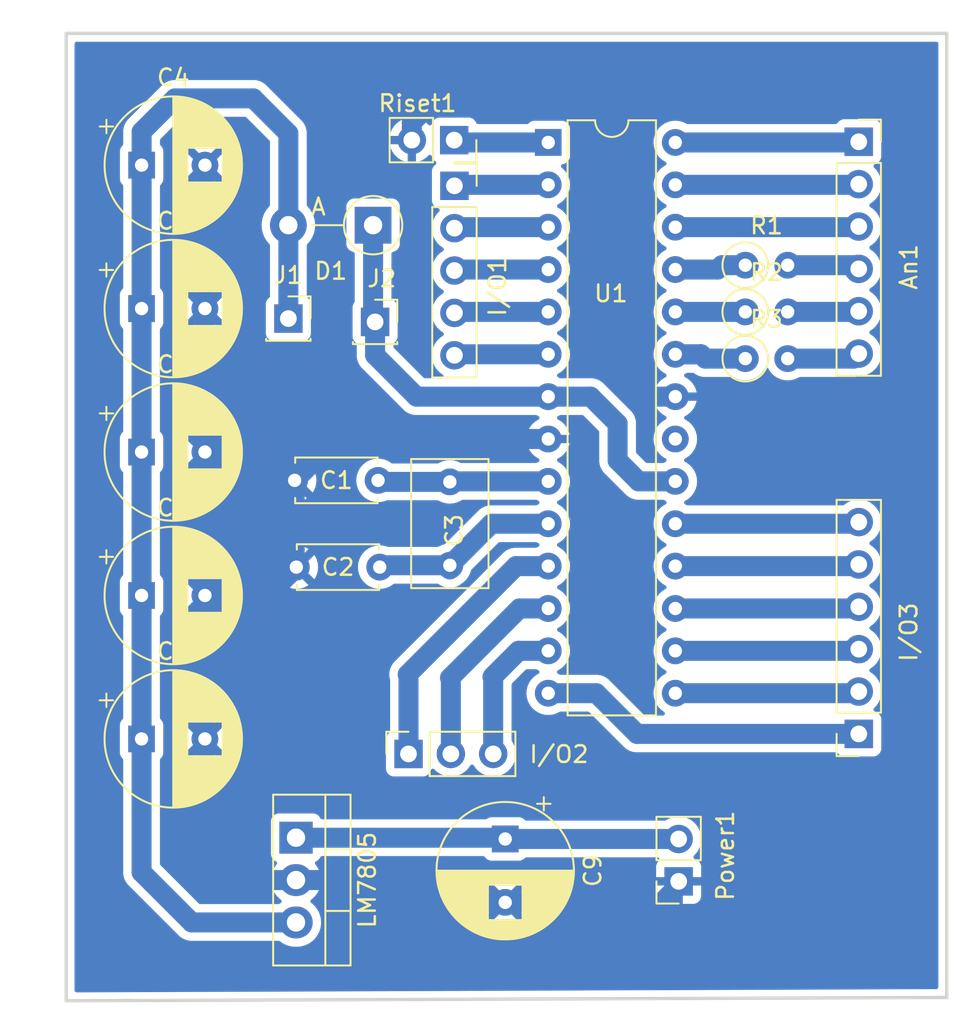
<source format=kicad_pcb>
(kicad_pcb (version 20240108) (generator "pcbnew") (generator_version "8.0")
  (layers (0 "F.Cu" signal) (31 "B.Cu" signal) (34 "B.Paste" user) (35 "F.Paste" user) (36 "B.SilkS" user "B.Silkscreen") (37 "F.SilkS" user "F.Silkscreen") (38 "B.Mask" user) (39 "F.Mask" user) (44 "Edge.Cuts" user))
  (net 0 "")
  (net 1 "C2")
  (net 2 "Earth")
  (net 3 "C1")
  (net 4 "VCC")
  (net 6 "Net-(An1-Pin_6)")
  (net 7 "Net-(An1-Pin_2)")
  (net 8 "Net-(An1-Pin_5)")
  (net 9 "Net-(An1-Pin_1)")
  (net 10 "Net-(An1-Pin_4)")
  (net 11 "Net-(An1-Pin_3)")
  (net 12 "Net-(I/O1-Pin_3)")
  (net 13 "Net-(I/O1-Pin_2)")
  (net 14 "Net-(I/O1-Pin_1)")
  (net 15 "Net-(I/O1-Pin_4)")
  (net 16 "Net-(I/O1-Pin_5)")
  (net 17 "Net-(I/O2-Pin_1)")
  (net 18 "Net-(I/O2-Pin_3)")
  (net 19 "Net-(I/O2-Pin_2)")
  (net 20 "Net-(I/O3-Pin_6)")
  (net 21 "Net-(I/O3-Pin_1)")
  (net 22 "Net-(I/O3-Pin_3)")
  (net 23 "Net-(I/O3-Pin_4)")
  (net 24 "Net-(I/O3-Pin_2)")
  (net 25 "Net-(I/O3-Pin_5)")
  (net 26 "RST")
  (net 27 "Net-(D1-A)")
  (net 28 "Net-(LM7805-VI)")
  (net 29 "Net-(U1-PC2)")
  (net 30 "Net-(U1-PC1)")
  (net 31 "Net-(U1-PC0)")
  (footprint "Connector_PinSocket_2.54mm:PinSocket_1x02_P2.54mm_Vertical" (layer "F.Cu") (at 110.125151 81.44 180)
    (property "Reference" "Power1" (at -2.8 1.537349 90) (layer "F.SilkS"))
    (property "Value" "Conn_01x02_Pin")
    (pad "1" thru_hole rect (at 0 0 180) (size 1.7 1.7) (drill 1) (layers "*.Cu" "*.Mask") (net 2 "Earth"))
    (pad "2" thru_hole oval (at 0 2.54 180) (size 1.7 1.7) (drill 1) (layers "*.Cu" "*.Mask") (net 28 "Net-(LM7805-VI)"))
  )
  (footprint "Capacitor_THT:C_Disc_D4.7mm_W2.5mm_P5.00mm" (layer "F.Cu") (at 87.2 62.6)
    (property "Reference" "C2" (at 2.5 0 0) (layer "F.SilkS"))
    (property "Value" "C")
    (pad "1" thru_hole circle (at 0 0) (size 1.6 1.6) (drill 0.8) (layers "*.Cu" "*.Mask") (net 2 "Earth"))
    (pad "2" thru_hole circle (at 5 0) (size 1.6 1.6) (drill 0.8) (layers "*.Cu" "*.Mask") (net 3 "C1"))
  )
  (footprint "Resistor_THT:R_Axial_DIN0207_L6.3mm_D2.5mm_P2.54mm_Vertical" (layer "F.Cu") (at 114.1225 47.3)
    (property "Reference" "R2" (at 1.27 -2.37 0) (layer "F.SilkS"))
    (property "Value" "220")
    (pad "1" thru_hole circle (at 0 0) (size 1.6 1.6) (drill 0.8) (layers "*.Cu" "*.Mask") (net 30 "Net-(U1-PC1)"))
    (pad "2" thru_hole oval (at 2.54 0) (size 1.6 1.6) (drill 0.8) (layers "*.Cu" "*.Mask") (net 8 "Net-(An1-Pin_5)"))
  )
  (footprint "Connector_PinSocket_2.54mm:PinSocket_1x03_P2.54mm_Vertical" (layer "F.Cu") (at 93.925 73.8 90)
    (property "Reference" "I/O2" (at -0.025 9.025 180) (layer "F.SilkS"))
    (property "Value" "Conn_01x03_Pin")
    (pad "1" thru_hole rect (at 0 0 90) (size 1.7 1.7) (drill 1) (layers "*.Cu" "*.Mask") (net 17 "Net-(I/O2-Pin_1)"))
    (pad "2" thru_hole oval (at 0 2.54 90) (size 1.7 1.7) (drill 1) (layers "*.Cu" "*.Mask") (net 19 "Net-(I/O2-Pin_2)"))
    (pad "3" thru_hole oval (at 0 5.08 90) (size 1.7 1.7) (drill 1) (layers "*.Cu" "*.Mask") (net 18 "Net-(I/O2-Pin_3)"))
  )
  (footprint "Connector_PinSocket_2.54mm:PinSocket_1x01_P2.54mm_Vertical" (layer "F.Cu") (at 86.7225 47.7)
    (property "Reference" "J1" (at 0 -2.6 0) (layer "F.SilkS"))
    (property "Value" "Conn_01x01_Pin")
    (pad "1" thru_hole rect (at 0 0) (size 1.7 1.7) (drill 1) (layers "*.Cu" "*.Mask") (net 27 "Net-(D1-A)"))
  )
  (footprint "Connector_PinSocket_2.54mm:PinSocket_1x05_P2.54mm_Vertical" (layer "F.Cu") (at 96.68 39.74)
    (property "Reference" "I/O1" (at 2.585 6.06 90) (layer "F.SilkS"))
    (property "Value" "Conn_01x05_Pin")
    (pad "1" thru_hole rect (at 0 0) (size 1.7 1.7) (drill 1) (layers "*.Cu" "*.Mask") (net 14 "Net-(I/O1-Pin_1)"))
    (pad "2" thru_hole oval (at 0 2.54) (size 1.7 1.7) (drill 1) (layers "*.Cu" "*.Mask") (net 13 "Net-(I/O1-Pin_2)"))
    (pad "3" thru_hole oval (at 0 5.08) (size 1.7 1.7) (drill 1) (layers "*.Cu" "*.Mask") (net 12 "Net-(I/O1-Pin_3)"))
    (pad "4" thru_hole oval (at 0 7.62) (size 1.7 1.7) (drill 1) (layers "*.Cu" "*.Mask") (net 15 "Net-(I/O1-Pin_4)"))
    (pad "5" thru_hole oval (at 0 10.16) (size 1.7 1.7) (drill 1) (layers "*.Cu" "*.Mask") (net 16 "Net-(I/O1-Pin_5)"))
  )
  (footprint "Connector_PinSocket_2.54mm:PinSocket_1x06_P2.54mm_Vertical" (layer "F.Cu") (at 120.925151 72.6 180)
    (property "Reference" "I/O3" (at -3 6.1 90) (layer "F.SilkS"))
    (property "Value" "Conn_01x06_Pin")
    (pad "1" thru_hole rect (at 0 0 180) (size 1.7 1.7) (drill 1) (layers "*.Cu" "*.Mask") (net 21 "Net-(I/O3-Pin_1)"))
    (pad "2" thru_hole oval (at 0 2.54 180) (size 1.7 1.7) (drill 1) (layers "*.Cu" "*.Mask") (net 24 "Net-(I/O3-Pin_2)"))
    (pad "3" thru_hole oval (at 0 5.08 180) (size 1.7 1.7) (drill 1) (layers "*.Cu" "*.Mask") (net 22 "Net-(I/O3-Pin_3)"))
    (pad "4" thru_hole oval (at 0 7.62 180) (size 1.7 1.7) (drill 1) (layers "*.Cu" "*.Mask") (net 23 "Net-(I/O3-Pin_4)"))
    (pad "5" thru_hole oval (at 0 10.16 180) (size 1.7 1.7) (drill 1) (layers "*.Cu" "*.Mask") (net 25 "Net-(I/O3-Pin_5)"))
    (pad "6" thru_hole oval (at 0 12.7 180) (size 1.7 1.7) (drill 1) (layers "*.Cu" "*.Mask") (net 20 "Net-(I/O3-Pin_6)"))
  )
  (footprint "Diode_THT:D_DO-41_SOD81_P5.08mm_Vertical_AnodeUp" (layer "F.Cu") (at 91.8025 42.1 180)
    (property "Reference" "D1" (at 2.54 -2.750635 0) (layer "F.SilkS"))
    (property "Value" "SB120")
    (fp_text user "A" (at 3.28 1.1 0) (layer "F.SilkS"))
    (pad "1" thru_hole rect (at 0 0 180) (size 2.2 2.2) (drill 1.1) (layers "*.Cu" "*.Mask") (net 4 "VCC"))
    (pad "2" thru_hole oval (at 5.08 0 180) (size 2.2 2.2) (drill 1.1) (layers "*.Cu" "*.Mask") (net 27 "Net-(D1-A)"))
  )
  (footprint "Resistor_THT:R_Axial_DIN0207_L6.3mm_D2.5mm_P2.54mm_Vertical" (layer "F.Cu") (at 114.1225 50.1)
    (property "Reference" "R3" (at 1.27 -2.37 0) (layer "F.SilkS"))
    (property "Value" "220")
    (pad "1" thru_hole circle (at 0 0) (size 1.6 1.6) (drill 0.8) (layers "*.Cu" "*.Mask") (net 31 "Net-(U1-PC0)"))
    (pad "2" thru_hole oval (at 2.54 0) (size 1.6 1.6) (drill 0.8) (layers "*.Cu" "*.Mask") (net 6 "Net-(An1-Pin_6)"))
  )
  (footprint "Capacitor_THT:CP_Radial_D8.0mm_P3.80mm" (layer "F.Cu") (at 77.919849 55.7)
    (property "Reference" "C6" (at 1.9 -5.25 0) (layer "F.SilkS"))
    (property "Value" "C")
    (pad "1" thru_hole rect (at 0 0) (size 1.6 1.6) (drill 0.8) (layers "*.Cu" "*.Mask") (net 27 "Net-(D1-A)"))
    (pad "2" thru_hole circle (at 3.8 0) (size 1.6 1.6) (drill 0.8) (layers "*.Cu" "*.Mask") (net 2 "Earth"))
  )
  (footprint "Capacitor_THT:C_Disc_D7.5mm_W4.4mm_P5.00mm" (layer "F.Cu") (at 96.405 57.49 -90)
    (property "Reference" "C3" (at 2.91 -0.26 90) (layer "F.SilkS"))
    (property "Value" "C")
    (pad "1" thru_hole circle (at 0 0 270) (size 1.6 1.6) (drill 0.8) (layers "*.Cu" "*.Mask") (net 1 "C2"))
    (pad "2" thru_hole circle (at 5 0 270) (size 1.6 1.6) (drill 0.8) (layers "*.Cu" "*.Mask") (net 3 "C1"))
  )
  (footprint "Connector_PinSocket_2.54mm:PinSocket_1x06_P2.54mm_Vertical" (layer "F.Cu") (at 120.9225 37.1)
    (property "Reference" "An1" (at 3 7.5 90) (layer "F.SilkS"))
    (property "Value" "Conn_01x06_Pin")
    (pad "1" thru_hole rect (at 0 0) (size 1.7 1.7) (drill 1) (layers "*.Cu" "*.Mask") (net 9 "Net-(An1-Pin_1)"))
    (pad "2" thru_hole oval (at 0 2.54) (size 1.7 1.7) (drill 1) (layers "*.Cu" "*.Mask") (net 7 "Net-(An1-Pin_2)"))
    (pad "3" thru_hole oval (at 0 5.08) (size 1.7 1.7) (drill 1) (layers "*.Cu" "*.Mask") (net 11 "Net-(An1-Pin_3)"))
    (pad "4" thru_hole oval (at 0 7.62) (size 1.7 1.7) (drill 1) (layers "*.Cu" "*.Mask") (net 10 "Net-(An1-Pin_4)"))
    (pad "5" thru_hole oval (at 0 10.16) (size 1.7 1.7) (drill 1) (layers "*.Cu" "*.Mask") (net 8 "Net-(An1-Pin_5)"))
    (pad "6" thru_hole oval (at 0 12.7) (size 1.7 1.7) (drill 1) (layers "*.Cu" "*.Mask") (net 6 "Net-(An1-Pin_6)"))
  )
  (footprint "Package_DIP:DIP-28_W7.62mm" (layer "F.Cu") (at 102.305 37.14)
    (property "Reference" "U1" (at 3.76 9.06 0) (layer "F.SilkS"))
    (property "Value" "ATmega328-P")
    (pad "1" thru_hole rect (at 0 0) (size 1.6 1.6) (drill 0.8) (layers "*.Cu" "*.Mask") (net 26 "RST"))
    (pad "2" thru_hole oval (at 0 2.54) (size 1.6 1.6) (drill 0.8) (layers "*.Cu" "*.Mask") (net 14 "Net-(I/O1-Pin_1)"))
    (pad "3" thru_hole oval (at 0 5.08) (size 1.6 1.6) (drill 0.8) (layers "*.Cu" "*.Mask") (net 13 "Net-(I/O1-Pin_2)"))
    (pad "4" thru_hole oval (at 0 7.62) (size 1.6 1.6) (drill 0.8) (layers "*.Cu" "*.Mask") (net 12 "Net-(I/O1-Pin_3)"))
    (pad "5" thru_hole oval (at 0 10.16) (size 1.6 1.6) (drill 0.8) (layers "*.Cu" "*.Mask") (net 15 "Net-(I/O1-Pin_4)"))
    (pad "6" thru_hole oval (at 0 12.7) (size 1.6 1.6) (drill 0.8) (layers "*.Cu" "*.Mask") (net 16 "Net-(I/O1-Pin_5)"))
    (pad "7" thru_hole oval (at 0 15.24) (size 1.6 1.6) (drill 0.8) (layers "*.Cu" "*.Mask") (net 4 "VCC"))
    (pad "8" thru_hole oval (at 0 17.78) (size 1.6 1.6) (drill 0.8) (layers "*.Cu" "*.Mask") (net 2 "Earth"))
    (pad "9" thru_hole oval (at 0 20.32) (size 1.6 1.6) (drill 0.8) (layers "*.Cu" "*.Mask") (net 1 "C2"))
    (pad "10" thru_hole oval (at 0 22.86) (size 1.6 1.6) (drill 0.8) (layers "*.Cu" "*.Mask") (net 3 "C1"))
    (pad "11" thru_hole oval (at 0 25.4) (size 1.6 1.6) (drill 0.8) (layers "*.Cu" "*.Mask") (net 17 "Net-(I/O2-Pin_1)"))
    (pad "12" thru_hole oval (at 0 27.94) (size 1.6 1.6) (drill 0.8) (layers "*.Cu" "*.Mask") (net 19 "Net-(I/O2-Pin_2)"))
    (pad "13" thru_hole oval (at 0 30.48) (size 1.6 1.6) (drill 0.8) (layers "*.Cu" "*.Mask") (net 18 "Net-(I/O2-Pin_3)"))
    (pad "14" thru_hole oval (at 0 33.02) (size 1.6 1.6) (drill 0.8) (layers "*.Cu" "*.Mask") (net 21 "Net-(I/O3-Pin_1)"))
    (pad "15" thru_hole oval (at 7.62 33.02) (size 1.6 1.6) (drill 0.8) (layers "*.Cu" "*.Mask") (net 24 "Net-(I/O3-Pin_2)"))
    (pad "16" thru_hole oval (at 7.62 30.48) (size 1.6 1.6) (drill 0.8) (layers "*.Cu" "*.Mask") (net 22 "Net-(I/O3-Pin_3)"))
    (pad "17" thru_hole oval (at 7.62 27.94) (size 1.6 1.6) (drill 0.8) (layers "*.Cu" "*.Mask") (net 23 "Net-(I/O3-Pin_4)"))
    (pad "18" thru_hole oval (at 7.62 25.4) (size 1.6 1.6) (drill 0.8) (layers "*.Cu" "*.Mask") (net 25 "Net-(I/O3-Pin_5)"))
    (pad "19" thru_hole oval (at 7.62 22.86) (size 1.6 1.6) (drill 0.8) (layers "*.Cu" "*.Mask") (net 20 "Net-(I/O3-Pin_6)"))
    (pad "20" thru_hole oval (at 7.62 20.32) (size 1.6 1.6) (drill 0.8) (layers "*.Cu" "*.Mask") (net 4 "VCC"))
    (pad "21" thru_hole oval (at 7.62 17.78) (size 1.6 1.6) (drill 0.8) (layers "*.Cu" "*.Mask"))
    (pad "22" thru_hole oval (at 7.62 15.24) (size 1.6 1.6) (drill 0.8) (layers "*.Cu" "*.Mask") (net 2 "Earth"))
    (pad "23" thru_hole oval (at 7.62 12.7) (size 1.6 1.6) (drill 0.8) (layers "*.Cu" "*.Mask") (net 31 "Net-(U1-PC0)"))
    (pad "24" thru_hole oval (at 7.62 10.16) (size 1.6 1.6) (drill 0.8) (layers "*.Cu" "*.Mask") (net 30 "Net-(U1-PC1)"))
    (pad "25" thru_hole oval (at 7.62 7.62) (size 1.6 1.6) (drill 0.8) (layers "*.Cu" "*.Mask") (net 29 "Net-(U1-PC2)"))
    (pad "26" thru_hole oval (at 7.62 5.08) (size 1.6 1.6) (drill 0.8) (layers "*.Cu" "*.Mask") (net 11 "Net-(An1-Pin_3)"))
    (pad "27" thru_hole oval (at 7.62 2.54) (size 1.6 1.6) (drill 0.8) (layers "*.Cu" "*.Mask") (net 7 "Net-(An1-Pin_2)"))
    (pad "28" thru_hole oval (at 7.62 0) (size 1.6 1.6) (drill 0.8) (layers "*.Cu" "*.Mask") (net 9 "Net-(An1-Pin_1)"))
  )
  (footprint "Connector_PinSocket_2.54mm:PinSocket_1x01_P2.54mm_Vertical" (layer "F.Cu") (at 91.9225 47.9)
    (property "Reference" "J2" (at 0.4 -2.6 180) (layer "F.SilkS"))
    (property "Value" "Conn_01x01_Pin")
    (pad "1" thru_hole rect (at 0 0) (size 1.7 1.7) (drill 1) (layers "*.Cu" "*.Mask") (net 4 "VCC"))
  )
  (footprint "Connector_PinSocket_2.54mm:PinSocket_1x02_P2.54mm_Vertical" (layer "F.Cu") (at 96.665 37 -90)
    (property "Reference" "Riset1" (at -2.2 2.2 0) (layer "F.SilkS"))
    (property "Value" "Conn_01x02_Pin")
    (pad "1" thru_hole rect (at 0 0 270) (size 1.7 1.7) (drill 1) (layers "*.Cu" "*.Mask") (net 26 "RST"))
    (pad "2" thru_hole oval (at 0 2.54 270) (size 1.7 1.7) (drill 1) (layers "*.Cu" "*.Mask") (net 2 "Earth"))
  )
  (footprint "Capacitor_THT:CP_Radial_D8.0mm_P3.80mm" (layer "F.Cu") (at 77.919849 47.1)
    (property "Reference" "C5" (at 1.9 -5.25 0) (layer "F.SilkS"))
    (property "Value" "C")
    (pad "1" thru_hole rect (at 0 0) (size 1.6 1.6) (drill 0.8) (layers "*.Cu" "*.Mask") (net 27 "Net-(D1-A)"))
    (pad "2" thru_hole circle (at 3.8 0) (size 1.6 1.6) (drill 0.8) (layers "*.Cu" "*.Mask") (net 2 "Earth"))
  )
  (footprint "Package_TO_SOT_THT:TO-220-3_Vertical" (layer "F.Cu") (at 87.180151 78.822651 -90)
    (property "Reference" "LM7805" (at 2.54 -4.27 90) (layer "F.SilkS"))
    (property "Value" "LM7805_TO220")
    (pad "1" thru_hole rect (at 0 0 270) (size 1.905 2) (drill 1.1) (layers "*.Cu" "*.Mask") (net 28 "Net-(LM7805-VI)"))
    (pad "2" thru_hole oval (at 2.54 0 270) (size 1.905 2) (drill 1.1) (layers "*.Cu" "*.Mask") (net 2 "Earth"))
    (pad "3" thru_hole oval (at 5.08 0 270) (size 1.905 2) (drill 1.1) (layers "*.Cu" "*.Mask") (net 27 "Net-(D1-A)"))
  )
  (footprint "Capacitor_THT:CP_Radial_D8.0mm_P3.80mm" (layer "F.Cu") (at 77.919849 64.3)
    (property "Reference" "C7" (at 1.9 -5.25 0) (layer "F.SilkS"))
    (property "Value" "C")
    (pad "1" thru_hole rect (at 0 0) (size 1.6 1.6) (drill 0.8) (layers "*.Cu" "*.Mask") (net 27 "Net-(D1-A)"))
    (pad "2" thru_hole circle (at 3.8 0) (size 1.6 1.6) (drill 0.8) (layers "*.Cu" "*.Mask") (net 2 "Earth"))
  )
  (footprint "Capacitor_THT:C_Disc_D4.7mm_W2.5mm_P5.00mm" (layer "F.Cu") (at 87.1 57.4)
    (property "Reference" "C1" (at 2.5 0 0) (layer "F.SilkS"))
    (property "Value" "C")
    (pad "1" thru_hole circle (at 0 0) (size 1.6 1.6) (drill 0.8) (layers "*.Cu" "*.Mask") (net 2 "Earth"))
    (pad "2" thru_hole circle (at 5 0) (size 1.6 1.6) (drill 0.8) (layers "*.Cu" "*.Mask") (net 1 "C2"))
  )
  (footprint "Resistor_THT:R_Axial_DIN0207_L6.3mm_D2.5mm_P2.54mm_Vertical" (layer "F.Cu") (at 114.1225 44.5)
    (property "Reference" "R1" (at 1.27 -2.37 0) (layer "F.SilkS"))
    (property "Value" "220")
    (pad "1" thru_hole circle (at 0 0) (size 1.6 1.6) (drill 0.8) (layers "*.Cu" "*.Mask") (net 29 "Net-(U1-PC2)"))
    (pad "2" thru_hole oval (at 2.54 0) (size 1.6 1.6) (drill 0.8) (layers "*.Cu" "*.Mask") (net 10 "Net-(An1-Pin_4)"))
  )
  (footprint "Capacitor_THT:CP_Radial_D8.0mm_P3.80mm" (layer "F.Cu") (at 77.9225 38.5)
    (property "Reference" "C4" (at 1.9 -5.25 0) (layer "F.SilkS"))
    (property "Value" "C")
    (pad "1" thru_hole rect (at 0 0) (size 1.6 1.6) (drill 0.8) (layers "*.Cu" "*.Mask") (net 27 "Net-(D1-A)"))
    (pad "2" thru_hole circle (at 3.8 0) (size 1.6 1.6) (drill 0.8) (layers "*.Cu" "*.Mask") (net 2 "Earth"))
  )
  (footprint "Capacitor_THT:CP_Radial_D8.0mm_P3.80mm" (layer "F.Cu") (at 77.919849 72.9)
    (property "Reference" "C8" (at 1.9 -5.25 0) (layer "F.SilkS"))
    (property "Value" "C")
    (pad "1" thru_hole rect (at 0 0) (size 1.6 1.6) (drill 0.8) (layers "*.Cu" "*.Mask") (net 27 "Net-(D1-A)"))
    (pad "2" thru_hole circle (at 3.8 0) (size 1.6 1.6) (drill 0.8) (layers "*.Cu" "*.Mask") (net 2 "Earth"))
  )
  (footprint "Capacitor_THT:CP_Radial_D8.0mm_P3.80mm" (layer "F.Cu") (at 99.725151 78.9 -90)
    (property "Reference" "C9" (at 1.9 -5.25 90) (layer "F.SilkS"))
    (property "Value" "C")
    (pad "1" thru_hole rect (at 0 0 270) (size 1.6 1.6) (drill 0.8) (layers "*.Cu" "*.Mask") (net 28 "Net-(LM7805-VI)"))
    (pad "2" thru_hole circle (at 3.8 0 270) (size 1.6 1.6) (drill 0.8) (layers "*.Cu" "*.Mask") (net 2 "Earth"))
  )
  (gr_poly (pts (xy 82 52.6) (xy 87.2 57.2) (xy 87.2 62.4) (xy 82 67.6)) (stroke (width 0.2)) (fill solid) (layer "B.Cu") (net 2))
  (gr_line (start 73.4 88.6) (end 73.4 30.6) (stroke (width 0.2)) (layer "Edge.Cuts"))
  (gr_line (start 126.2 88.4) (end 73.4 88.6) (stroke (width 0.2)) (layer "Edge.Cuts"))
  (gr_line (start 73.4 30.6) (end 126.2 30.6) (stroke (width 0.2)) (layer "Edge.Cuts"))
  (gr_line (start 126.2 30.6) (end 126.2 88.4) (stroke (width 0.2)) (layer "Edge.Cuts"))
  (segment (start 96.435 57.46) (end 96.405 57.49) (width 1.2) (layer "B.Cu") (net 1))
  (segment (start 92.19 57.49) (end 92.1 57.4) (width 1.2) (layer "B.Cu") (net 1))
  (segment (start 102.305 57.46) (end 96.435 57.46) (width 1.2) (layer "B.Cu") (net 1))
  (segment (start 96.405 57.49) (end 92.19 57.49) (width 1.2) (layer "B.Cu") (net 1))
  (segment (start 110.125151 81.44) (end 110.125151 81.7) (width 1.2) (layer "B.Cu") (net 2))
  (segment (start 81.719849 72.9) (end 81.719849 68.4) (width 1.2) (layer "B.Cu") (net 2))
  (segment (start 81.719849 79.694698) (end 81.719849 72.9) (width 1.2) (layer "B.Cu") (net 2))
  (segment (start 99.725151 82.7) (end 109.125151 82.7) (width 1.2) (layer "B.Cu") (net 2))
  (segment (start 87.1 57.4) (end 87.1 55.8) (width 1.2) (layer "B.Cu") (net 2))
  (segment (start 86.22 54.92) (end 87.1 55.8) (width 1.2) (layer "B.Cu") (net 2))
  (segment (start 95.265 34.8) (end 104.865 34.8) (width 1.2) (layer "B.Cu") (net 2))
  (segment (start 90.387802 81.362651) (end 87.180151 81.362651) (width 1.2) (layer "B.Cu") (net 2))
  (segment (start 81.9 52.2) (end 81.719849 52.2) (width 1.2) (layer "B.Cu") (net 2))
  (segment (start 87.180151 81.362651) (end 83.387802 81.362651) (width 1.2) (layer "B.Cu") (net 2))
  (segment (start 94.125 35.94) (end 94.125 37) (width 1.2) (layer "B.Cu") (net 2))
  (segment (start 106.465 50.6) (end 108.245 52.38) (width 1.2) (layer "B.Cu") (net 2))
  (segment (start 81.719849 53.4) (end 81.719849 52.2) (width 1.2) (layer "B.Cu") (net 2))
  (segment (start 99.725151 82.7) (end 91.725151 82.7) (width 1.2) (layer "B.Cu") (net 2))
  (segment (start 83.387802 81.362651) (end 81.719849 79.694698) (width 1.2) (layer "B.Cu") (net 2))
  (segment (start 108.245 52.38) (end 109.925 52.38) (width 1.2) (layer "B.Cu") (net 2))
  (segment (start 81.719849 52.2) (end 81.719849 47.1) (width 1.2) (layer "B.Cu") (net 2))
  (segment (start 87.1 55.8) (end 87.1 55.02) (width 1.2) (layer "B.Cu") (net 2))
  (segment (start 87.1 55.02) (end 87.2 54.92) (width 1.2) (layer "B.Cu") (net 2))
  (segment (start 86.2 54.92) (end 84.439849 54.92) (width 1.2) (layer "B.Cu") (net 2))
  (segment (start 86.2 54.92) (end 86.22 54.92) (width 1.2) (layer "B.Cu") (net 2))
  (segment (start 102.305 54.92) (end 89.8 54.92) (width 1.2) (layer "B.Cu") (net 2))
  (segment (start 81.719849 53.4) (end 81.719849 53.819849) (width 1.2) (layer "B.Cu") (net 2))
  (segment (start 88 54.92) (end 87.98 54.92) (width 1.2) (layer "B.Cu") (net 2))
  (segment (start 81.7225 47.097349) (end 81.719849 47.1) (width 1.2) (layer "B.Cu") (net 2))
  (segment (start 110.125151 81.7) (end 109.125151 82.7) (width 1.2) (layer "B.Cu") (net 2))
  (segment (start 87.98 54.92) (end 87.1 55.8) (width 1.2) (layer "B.Cu") (net 2))
  (segment (start 87.1 57.4) (end 81.9 52.2) (width 1.2) (layer "B.Cu") (net 2))
  (segment (start 81.719849 68.080151) (end 81.719849 68.4) (width 1.2) (layer "B.Cu") (net 2))
  (segment (start 88 54.92) (end 87.2 54.92) (width 1.2) (layer "B.Cu") (net 2))
  (segment (start 89.8 54.92) (end 88 54.92) (width 1.2) (layer "B.Cu") (net 2))
  (segment (start 81.7225 38.5) (end 81.7225 47.097349) (width 1.2) (layer "B.Cu") (net 2))
  (segment (start 95.265 34.8) (end 94.125 35.94) (width 1.2) (layer "B.Cu") (net 2))
  (segment (start 87.2 54.92) (end 86.2 54.92) (width 1.2) (layer "B.Cu") (net 2))
  (segment (start 81.719849 68.4) (end 81.719849 64.3) (width 1.2) (layer "B.Cu") (net 2))
  (segment (start 87.1 57.4) (end 87.1 62.5) (width 1.2) (layer "B.Cu") (net 2))
  (segment (start 87.2 62.6) (end 81.719849 68.080151) (width 1.2) (layer "B.Cu") (net 2))
  (segment (start 89.58 54.92) (end 89.8 54.92) (width 1.2) (layer "B.Cu") (net 2))
  (segment (start 104.865 34.8) (end 106.465 36.4) (width 1.2) (layer "B.Cu") (net 2))
  (segment (start 91.725151 82.7) (end 90.387802 81.362651) (width 1.2) (layer "B.Cu") (net 2))
  (segment (start 106.465 36.4) (end 106.465 50.6) (width 1.2) (layer "B.Cu") (net 2))
  (segment (start 87.1 57.4) (end 89.58 54.92) (width 1.2) (layer "B.Cu") (net 2))
  (segment (start 87.1 62.5) (end 87.2 62.6) (width 1.2) (layer "B.Cu") (net 2))
  (segment (start 81.719849 64.3) (end 81.719849 55.7) (width 1.2) (layer "B.Cu") (net 2))
  (segment (start 84.439849 54.92) (end 81.719849 52.2) (width 1.2) (layer "B.Cu") (net 2))
  (segment (start 81.719849 55.7) (end 81.719849 53.4) (width 1.2) (layer "B.Cu") (net 2))
  (segment (start 96.405 62.49) (end 92.31 62.49) (width 1.2) (layer "B.Cu") (net 3))
  (segment (start 96.405 62.49) (end 96.405 62.74) (width 1.2) (layer "B.Cu") (net 3))
  (segment (start 98.895 60) (end 96.405 62.49) (width 1.2) (layer "B.Cu") (net 3))
  (segment (start 102.305 60) (end 98.895 60) (width 1.2) (layer "B.Cu") (net 3))
  (segment (start 92.31 62.49) (end 92.2 62.6) (width 1.2) (layer "B.Cu") (net 3))
  (segment (start 106.465 54) (end 104.845 52.38) (width 1.2) (layer "B.Cu") (net 4))
  (segment (start 91.8025 42.1) (end 91.8025 47.78) (width 1.2) (layer "B.Cu") (net 4))
  (segment (start 104.845 52.38) (end 102.305 52.38) (width 1.2) (layer "B.Cu") (net 4))
  (segment (start 94.405151 52.38) (end 102.305 52.38) (width 1.2) (layer "B.Cu") (net 4))
  (segment (start 109.925 57.46) (end 107.725 57.46) (width 1.2) (layer "B.Cu") (net 4))
  (segment (start 91.8025 47.78) (end 91.9225 47.9) (width 1.2) (layer "B.Cu") (net 4))
  (segment (start 107.725 57.46) (end 106.465 56.2) (width 1.2) (layer "B.Cu") (net 4))
  (segment (start 91.9225 47.9) (end 91.9225 49.897349) (width 1.2) (layer "B.Cu") (net 4))
  (segment (start 91.9225 49.897349) (end 94.405151 52.38) (width 1.2) (layer "B.Cu") (net 4))
  (segment (start 106.465 56.2) (end 106.465 54) (width 1.2) (layer "B.Cu") (net 4))
  (segment (start 120.6225 50.1) (end 120.9225 49.8) (width 1.2) (layer "B.Cu") (net 6))
  (segment (start 116.6625 50.1) (end 120.6225 50.1) (width 1.2) (layer "B.Cu") (net 6))
  (segment (start 109.925 39.68) (end 120.8825 39.68) (width 1.2) (layer "B.Cu") (net 7))
  (segment (start 120.8825 39.68) (end 120.9225 39.64) (width 1.2) (layer "B.Cu") (net 7))
  (segment (start 109.935 39.69) (end 109.925 39.68) (width 1.2) (layer "B.Cu") (net 7))
  (segment (start 116.6625 47.3) (end 120.8825 47.3) (width 1.2) (layer "B.Cu") (net 8))
  (segment (start 120.8825 47.3) (end 120.9225 47.26) (width 1.2) (layer "B.Cu") (net 8))
  (segment (start 120.8825 37.14) (end 120.9225 37.1) (width 1.2) (layer "B.Cu") (net 9))
  (segment (start 109.925 37.14) (end 120.8825 37.14) (width 1.2) (layer "B.Cu") (net 9))
  (segment (start 120.7025 44.5) (end 120.9225 44.72) (width 1.2) (layer "B.Cu") (net 10))
  (segment (start 116.6625 44.5) (end 120.7025 44.5) (width 1.2) (layer "B.Cu") (net 10))
  (segment (start 109.925 42.22) (end 120.8825 42.22) (width 1.2) (layer "B.Cu") (net 11))
  (segment (start 120.8825 42.22) (end 120.9225 42.18) (width 1.2) (layer "B.Cu") (net 11))
  (segment (start 102.305 44.76) (end 96.74 44.76) (width 1.2) (layer "B.Cu") (net 12))
  (segment (start 96.74 44.76) (end 96.68 44.82) (width 1.2) (layer "B.Cu") (net 12))
  (segment (start 96.74 42.22) (end 96.68 42.28) (width 1.2) (layer "B.Cu") (net 13))
  (segment (start 102.305 42.22) (end 96.74 42.22) (width 1.2) (layer "B.Cu") (net 13))
  (segment (start 96.74 39.68) (end 96.68 39.74) (width 1.2) (layer "B.Cu") (net 14))
  (segment (start 102.305 39.68) (end 96.74 39.68) (width 1.2) (layer "B.Cu") (net 14))
  (segment (start 102.305 47.3) (end 96.74 47.3) (width 1.2) (layer "B.Cu") (net 15))
  (segment (start 96.74 47.3) (end 96.68 47.36) (width 1.2) (layer "B.Cu") (net 15))
  (segment (start 102.305 49.84) (end 96.74 49.84) (width 1.2) (layer "B.Cu") (net 16))
  (segment (start 96.74 49.84) (end 96.68 49.9) (width 1.2) (layer "B.Cu") (net 16))
  (segment (start 93.88 69.035102) (end 93.925 69.080102) (width 1.2) (layer "B.Cu") (net 17))
  (segment (start 102.305 62.54) (end 100.375102 62.54) (width 1.2) (layer "B.Cu") (net 17))
  (segment (start 93.925 69.080102) (end 93.925 73.8) (width 1.2) (layer "B.Cu") (net 17))
  (segment (start 100.375102 62.54) (end 93.88 69.035102) (width 1.2) (layer "B.Cu") (net 17))
  (segment (start 99.005 69.14) (end 99.605 68.54) (width 1.2) (layer "B.Cu") (net 18))
  (segment (start 99.605 68.54) (end 100.525 67.62) (width 1.2) (layer "B.Cu") (net 18))
  (segment (start 98.96 69.185) (end 99.605 68.54) (width 1.2) (layer "B.Cu") (net 18))
  (segment (start 100.525 67.62) (end 102.305 67.62) (width 1.2) (layer "B.Cu") (net 18))
  (segment (start 99.005 73.8) (end 99.005 69.14) (width 1.2) (layer "B.Cu") (net 18))
  (segment (start 99.005 69.14) (end 100.525 67.62) (width 1.2) (layer "B.Cu") (net 18))
  (segment (start 100.58 65.08) (end 96.42 69.24) (width 1.2) (layer "B.Cu") (net 19))
  (segment (start 96.465 69.285) (end 96.465 73.8) (width 1.2) (layer "B.Cu") (net 19))
  (segment (start 96.42 69.24) (end 96.465 69.285) (width 1.2) (layer "B.Cu") (net 19))
  (segment (start 102.305 65.08) (end 100.58 65.08) (width 1.2) (layer "B.Cu") (net 19))
  (segment (start 109.925 60) (end 120.825151 60) (width 1.2) (layer "B.Cu") (net 20))
  (segment (start 120.825151 60) (end 120.925151 59.9) (width 1.2) (layer "B.Cu") (net 20))
  (segment (start 120.925151 72.6) (end 107.625151 72.6) (width 1.2) (layer "B.Cu") (net 21))
  (segment (start 107.625151 72.6) (end 105.185151 70.16) (width 1.2) (layer "B.Cu") (net 21))
  (segment (start 105.185151 70.16) (end 102.305 70.16) (width 1.2) (layer "B.Cu") (net 21))
  (segment (start 120.825151 67.62) (end 120.925151 67.52) (width 1.2) (layer "B.Cu") (net 22))
  (segment (start 109.925 67.62) (end 120.825151 67.62) (width 1.2) (layer "B.Cu") (net 22))
  (segment (start 109.925 65.08) (end 120.825151 65.08) (width 1.2) (layer "B.Cu") (net 23))
  (segment (start 120.825151 65.08) (end 120.925151 64.98) (width 1.2) (layer "B.Cu") (net 23))
  (segment (start 109.925 70.16) (end 120.825151 70.16) (width 1.2) (layer "B.Cu") (net 24))
  (segment (start 120.825151 70.16) (end 120.925151 70.06) (width 1.2) (layer "B.Cu") (net 24))
  (segment (start 120.825151 62.54) (end 120.925151 62.44) (width 1.2) (layer "B.Cu") (net 25))
  (segment (start 109.925 62.54) (end 120.825151 62.54) (width 1.2) (layer "B.Cu") (net 25))
  (segment (start 96.805 37.14) (end 96.665 37) (width 1.2) (layer "B.Cu") (net 26))
  (segment (start 102.305 37.14) (end 96.805 37.14) (width 1.2) (layer "B.Cu") (net 26))
  (segment (start 102.205 37.04) (end 102.305 37.14) (width 1.2) (layer "B.Cu") (net 26))
  (segment (start 86.7225 42.1) (end 86.7225 47.7) (width 1.2) (layer "B.Cu") (net 27))
  (segment (start 86.7225 36.6) (end 86.7225 42.1) (width 1.2) (layer "B.Cu") (net 27))
  (segment (start 87.180151 83.902651) (end 80.927802 83.902651) (width 1.2) (layer "B.Cu") (net 27))
  (segment (start 80.927802 83.902651) (end 77.919849 80.894698) (width 1.2) (layer "B.Cu") (net 27))
  (segment (start 77.919849 64.3) (end 77.919849 63.5) (width 1.2) (layer "B.Cu") (net 27))
  (segment (start 77.9225 38.5) (end 77.9225 36.502651) (width 1.2) (layer "B.Cu") (net 27))
  (segment (start 77.919849 80.894698) (end 77.919849 72.9) (width 1.2) (layer "B.Cu") (net 27))
  (segment (start 77.9225 36.502651) (end 79.925151 34.5) (width 1.2) (layer "B.Cu") (net 27))
  (segment (start 84.6225 34.5) (end 86.7225 36.6) (width 1.2) (layer "B.Cu") (net 27))
  (segment (start 79.925151 34.5) (end 84.6225 34.5) (width 1.2) (layer "B.Cu") (net 27))
  (segment (start 77.919849 47.1) (end 77.919849 55.7) (width 1.2) (layer "B.Cu") (net 27))
  (segment (start 77.919849 72.9) (end 77.919849 63.5) (width 1.2) (layer "B.Cu") (net 27))
  (segment (start 77.9225 38.5) (end 77.9225 47.097349) (width 1.2) (layer "B.Cu") (net 27))
  (segment (start 77.919849 63.5) (end 77.919849 55.7) (width 1.2) (layer "B.Cu") (net 27))
  (segment (start 77.9225 47.097349) (end 77.919849 47.1) (width 1.2) (layer "B.Cu") (net 27))
  (segment (start 99.647802 78.822651) (end 99.725151 78.9) (width 1.2) (layer "B.Cu") (net 28))
  (segment (start 87.180151 78.822651) (end 99.647802 78.822651) (width 1.2) (layer "B.Cu") (net 28))
  (segment (start 110.125151 78.9) (end 99.725151 78.9) (width 1.2) (layer "B.Cu") (net 28))
  (segment (start 112.7225 44.5) (end 114.1225 44.5) (width 1.2) (layer "B.Cu") (net 29))
  (segment (start 112.4625 44.76) (end 112.7225 44.5) (width 1.2) (layer "B.Cu") (net 29))
  (segment (start 109.925 44.76) (end 112.4625 44.76) (width 1.2) (layer "B.Cu") (net 29))
  (segment (start 109.935 44.77) (end 109.925 44.76) (width 1.2) (layer "B.Cu") (net 29))
  (segment (start 109.925 47.3) (end 114.1225 47.3) (width 1.2) (layer "B.Cu") (net 30))
  (segment (start 111.7225 50.1) (end 114.1225 50.1) (width 1.2) (layer "B.Cu") (net 31))
  (segment (start 111.4525 49.85) (end 111.4625 49.84) (width 1.2) (layer "B.Cu") (net 31))
  (segment (start 109.925 49.84) (end 111.4625 49.84) (width 1.2) (layer "B.Cu") (net 31))
  (segment (start 111.4625 49.84) (end 111.7225 50.1) (width 1.2) (layer "B.Cu") (net 31))
  (segment (start 109.935 49.85) (end 111.4525 49.85) (width 1.2) (layer "B.Cu") (net 31))
  (segment (start 109.925 49.84) (end 109.935 49.85) (width 1.2) (layer "B.Cu") (net 31))
  (zone (net 2) (net_name "Earth") (layer "B.Cu") (connect_pads (clearance 0.5)) (min_thickness 0.25) (fill yes (thermal_gap 0.5) (thermal_bridge_width 0.5))
    (polygon (pts (xy 127.8 28.6) (xy 72 28.6) (xy 72 90) (xy 127.8 90)))
  )
)
</source>
